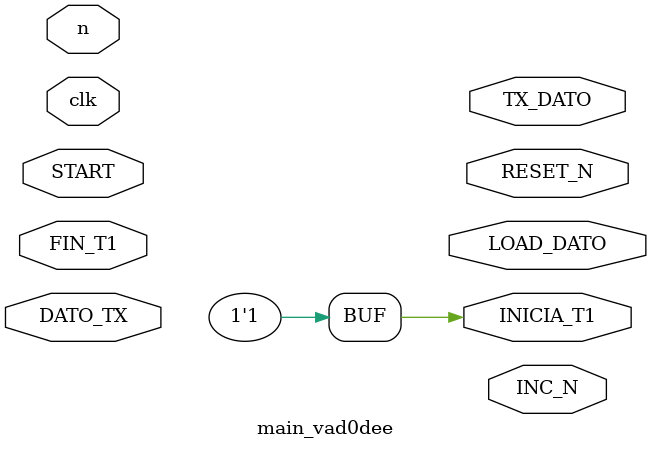
<source format=v>

`default_nettype none

module main #(
 parameter ve155d2 = 4
) (
 input va001e3,
 input vclk,
 output v401e72,
 output [0:7] vinit
);
 localparam p10 = ve155d2;
 wire [0:7] w0;
 wire [0:7] w1;
 wire [0:7] w2;
 wire [0:7] w3;
 wire [0:7] w4;
 wire [0:2] w5;
 wire w6;
 wire w7;
 wire w8;
 wire w9;
 wire w11;
 wire w12;
 wire w13;
 wire w14;
 wire [0:2] w15;
 wire [0:7] w16;
 wire w17;
 wire w18;
 wire w19;
 wire w20;
 wire w21;
 wire w22;
 wire w23;
 wire w24;
 wire w25;
 wire w26;
 assign w6 = va001e3;
 assign v401e72 = w17;
 assign w21 = vclk;
 assign w22 = vclk;
 assign w23 = vclk;
 assign w24 = vclk;
 assign w25 = vclk;
 assign w26 = vclk;
 assign w15 = w5;
 assign w22 = w21;
 assign w23 = w21;
 assign w23 = w22;
 assign w24 = w21;
 assign w24 = w22;
 assign w24 = w23;
 assign w25 = w21;
 assign w25 = w22;
 assign w25 = w23;
 assign w25 = w24;
 assign w26 = w21;
 assign w26 = w22;
 assign w26 = w23;
 assign w26 = w24;
 assign w26 = w25;
 v56cc18 v362e49 (
  .v3d1227(w0),
  .v062092(w1),
  .v21e136(w2),
  .vbdd51f(w3),
  .v3fb88b(w4),
  .v50d6c6(w7),
  .vda0bfd(w8)
 );
 v56885a #(
  .v187a47(p10)
 ) v0771ef (
  .va9e2af(w11),
  .v6e1dd1(w12),
  .v5688a8(w21)
 );
 main_v9fd5da v9fd5da (
  .c(w2)
 );
 main_v7d5c83 v7d5c83 (
  .c(w0)
 );
 main_v3aba2f v3aba2f (
  .c(w3)
 );
 main_v4dda07 v4dda07 (
  .c(w1)
 );
 v89d234 vcf5a27 (
  .v39f831(w4),
  .vb1c024(w16),
  .vf892a0(w18),
  .v41eb95(w22)
 );
 ve2b856 vb01a7a (
  .vd9601b(w6),
  .v64879c(w9),
  .vbbbce8(w23)
 );
 v117a33 v376f54 (
  .vf4a676(w5),
  .ve61673(w13),
  .v7c533e(w14),
  .vdd729a(w24)
 );
 main_vab3888 vab3888 (
  .in(w5),
  .s1(w7),
  .s0(w8)
 );
 vc6459c v2fe9f6 (
  .v19b8dd(w16),
  .v8caaa5(w17),
  .v01321e(w19),
  .v05e99b(w20),
  .ve9a78f(w25)
 );
 main_vad0dee vad0dee (
  .START(w9),
  .FIN_T1(w11),
  .INICIA_T1(w12),
  .RESET_N(w13),
  .INC_N(w14),
  .n(w15),
  .LOAD_DATO(w18),
  .DATO_TX(w19),
  .TX_DATO(w20),
  .clk(w26)
 );
 assign vinit = 8'b00000000;
endmodule

/*-------------------------------------------------*/
/*--   */
/*-- - - - - - - - - - - - - - - - - - - - - - - --*/
/*-- 
/*-------------------------------------------------*/
//---- Top entity
module v56cc18 (
 input [7:0] vbdd51f,
 input [7:0] v21e136,
 input [7:0] v062092,
 input [7:0] v3d1227,
 input v50d6c6,
 input vda0bfd,
 output [7:0] v3fb88b
);
 wire w0;
 wire w1;
 wire [0:7] w2;
 wire [0:7] w3;
 wire [0:7] w4;
 wire [0:7] w5;
 wire [0:7] w6;
 assign w0 = vda0bfd;
 assign w1 = v50d6c6;
 assign v3fb88b = w2;
 assign w3 = v3d1227;
 assign w4 = v062092;
 assign w5 = v21e136;
 assign w6 = vbdd51f;
 v56cc18_ve4e0df ve4e0df (
  .s0(w0),
  .s1(w1),
  .o(w2),
  .i0(w3),
  .i1(w4),
  .i2(w5),
  .i3(w6)
 );
endmodule

/*-------------------------------------------------*/
/*-- Mux 4 a 1 de 8 bits  */
/*-- - - - - - - - - - - - - - - - - - - - - - - --*/
/*-- Multiplexor de 4 a 1 de 8 bits
/*-------------------------------------------------*/

module v56cc18_ve4e0df (
 input [7:0] i3,
 input [7:0] i2,
 input [7:0] i1,
 input [7:0] i0,
 input s1,
 input s0,
 output [7:0] o
);
 //-- Multiplexor de 4 a 1, 
 //-- de 8 bits
 
 wire [1:0] sel = {s1, s0};
 
 assign o = (sel == 2'b00) ? i0 :
            (sel == 2'b01) ? i1 :
            (sel == 2'b10) ? i2 : i3;
 
 
endmodule
//---- Top entity
module v56885a #(
 parameter v187a47 = 1
) (
 input v5688a8,
 input v6e1dd1,
 output veabfb2,
 output va9e2af
);
 localparam p0 = v187a47;
 wire w1;
 wire w2;
 wire w3;
 wire w4;
 assign w1 = v6e1dd1;
 assign veabfb2 = w2;
 assign va9e2af = w3;
 assign w4 = v5688a8;
 v56885a_v3140f5 #(
  .SEG(p0)
 ) v3140f5 (
  .start(w1),
  .p(w2),
  .tic(w3),
  .clk(w4)
 );
endmodule

/*-------------------------------------------------*/
/*-- timer-sec  */
/*-- - - - - - - - - - - - - - - - - - - - - - - --*/
/*-- Temporizador en segundos. La señal p está activa durante el tiempo indicado. Por tic se emite un tic al finalizar
/*-------------------------------------------------*/

module v56885a_v3140f5 #(
 parameter SEG = 0
) (
 input clk,
 input start,
 output p,
 output tic
);
 //localparam SEC;
 
 //-- Constante para dividir y obtener una frecuencia de 1Hz
 localparam M = 12000000;
 
 //-- Calcular el numero de bits para almacenar M
 localparam N = $clog2(M);
 
 //-- Cable de reset para el corazon
 wire rst_heart;
 
 //-- Overflow del temporizador del corazon
 wire ov_heart;
 
 //-- Habilitacion del corazon
 wire ena;
 
 //-- Tics del corazon
 wire tic_heart;
 
 //-- Contador del corazon
 reg [N-1:0] heart=0;
 
 always @(posedge clk)
   if (rst_heart)
     heart <= 0;
   else
     heart <= heart + 1;
 
 //-- Overflow del contador
 assign ov_heart = (heart == M-1);
 
 //-- La salida del corazon es la señal de overflow
 assign tic_heart = ov_heart;
 
 //-- Reset del corazon
 assign rst_heart =~ena | ov_heart;
 
 
 
 //--------------------------------------------
 //-- Contador de tics
 //--------------------------------------------
 reg [7:0] counter = 0;
 
 //-- Overflow del contador
 wire ov;
 
 //-- Señal de reset del contador
 wire rst;
 
 always @(posedge clk)
 if (rst)
   counter <= 0;
 else
   if (tic_heart)
     counter <= counter + 1;
 
 //-- Evento: cuenta máxima de tics alcanzada
 assign ov = (counter == SEG);
 
 //---------------------------------------
 //-- Biestable de estado del timer
 //-- 0: Apagado  
 //-- 1: Funcionando
 reg q = 0;
 
 always @(posedge clk)
   if (start)
     q <= 1'b1;
   else if (rst)
     q<=1'b0;
     
 //-- Lógica de reset
 //En función de la entrada, el estado y  
 // el overflow se inicializa el contador y 
 // se habilita el corazón de tics
 assign rst = ~q | ov | start;
 assign ena = ~rst;
 
 //-- Salida de pulso
 assign p = q;
 
 //-- Salida de tic
 //-- Saca un tic cuando ha finalizado la cuenta
 assign tic = ov;
 
endmodule
//---- Top entity
module v89d234 #(
 parameter v422d28 = 0
) (
 input v41eb95,
 input [7:0] v39f831,
 input vf892a0,
 output [7:0] vb1c024
);
 localparam p0 = v422d28;
 wire [0:7] w1;
 wire [0:7] w2;
 wire w3;
 wire w4;
 assign vb1c024 = w1;
 assign w2 = v39f831;
 assign w3 = vf892a0;
 assign w4 = v41eb95;
 v89d234_v9148cb #(
  .INI(p0)
 ) v9148cb (
  .q(w1),
  .d(w2),
  .load(w3),
  .clk(w4)
 );
endmodule

/*-------------------------------------------------*/
/*-- Registro  */
/*-- - - - - - - - - - - - - - - - - - - - - - - --*/
/*-- Registro de 8 bits
/*-------------------------------------------------*/

module v89d234_v9148cb #(
 parameter INI = 0
) (
 input clk,
 input [7:0] d,
 input load,
 output [7:0] q
);
 localparam N = 8;
 
 reg [N-1:0] q = INI;
 
 always @(posedge clk)
   if (load)
     q <= d;
endmodule
//---- Top entity
module ve2b856 (
 input vbbbce8,
 input vd9601b,
 output v64879c
);
 wire w0;
 wire w1;
 wire w2;
 assign w0 = vd9601b;
 assign v64879c = w1;
 assign w2 = vbbbce8;
 ve2b856_v297cb2 v297cb2 (
  .d(w0),
  .tic(w1),
  .clk(w2)
 );
endmodule

/*-------------------------------------------------*/
/*-- Pulsador-tic  */
/*-- - - - - - - - - - - - - - - - - - - - - - - --*/
/*-- Detección de pulsación. Emite un tic cada vez que se aprieta el pulsador
/*-------------------------------------------------*/

module ve2b856_v297cb2 (
 input clk,
 input d,
 output tic
);
 // Sincronizacion. Evitar 
 // problema de la metaestabilidad
 
 reg d2;
 reg r_in;
 
 always @(posedge clk)
  d2 <= d;
  
 always @(posedge clk)
   r_in <= d2;
 
 
 //-- Debouncer Circuit
 //-- It produces a stable output when the
 //-- input signal is bouncing
 
 reg btn_prev = 0;
 reg btn_out_r = 0;
 
 reg [16:0] counter = 0;
 
 
 always @(posedge clk) begin
 
   //-- If btn_prev and btn_in are differents
   if (btn_prev ^ r_in == 1'b1) begin
     
       //-- Reset the counter
       counter <= 0;
       
       //-- Capture the button status
       btn_prev <= r_in;
   end
     
   //-- If no timeout, increase the counter
   else if (counter[16] == 1'b0)
       counter <= counter + 1;
       
   else
     //-- Set the output to the stable value
     btn_out_r <= btn_prev;
 
 end
 
 //-- Generar tic en flanco de subida del boton
 reg old;
 
 always @(posedge clk)
   old <= btn_out_r;
   
 assign tic = !old & btn_out_r;
 
 
 
 
endmodule
//---- Top entity
module v117a33 #(
 parameter v5e4a03 = 8
) (
 input vdd729a,
 input ve61673,
 input v7c533e,
 output [2:0] vf4a676,
 output v712cd1
);
 localparam p1 = v5e4a03;
 wire w0;
 wire w2;
 wire w3;
 wire w4;
 wire [0:2] w5;
 assign w0 = ve61673;
 assign w2 = v7c533e;
 assign w3 = vdd729a;
 assign v712cd1 = w4;
 assign vf4a676 = w5;
 v117a33_vbd6086 #(
  .M(p1)
 ) vbd6086 (
  .rst(w0),
  .cnt(w2),
  .clk(w3),
  .ov(w4),
  .q(w5)
 );
endmodule

/*-------------------------------------------------*/
/*-- Contador-3bits-up-rst  */
/*-- - - - - - - - - - - - - - - - - - - - - - - --*/
/*-- Contador módulo M, ascendente, de 3 bits, con reset 
/*-------------------------------------------------*/

module v117a33_vbd6086 #(
 parameter M = 0
) (
 input clk,
 input rst,
 input cnt,
 output [2:0] q,
 output ov
);
 //-- Numero de bits del contador
 localparam N = 3; 
 
 //-- En contadores de N bits:
 //-- M = 2 ** N
 
 //-- Internamente usamos un bit mas
 //-- (N+1) bits
 reg [N:0] qi = 0;
 
 always @(posedge clk)
   if (rst | ov)
     qi <= 2'b00;
   else
     if (cnt)
       qi <= qi + 1;
       
 assign q = qi;
 
 //-- Comprobar overflow
 assign ov = (qi == M);
     
endmodule
//---- Top entity
module vc6459c #(
 parameter ved2ada = 115200
) (
 input ve9a78f,
 input [7:0] v19b8dd,
 input v05e99b,
 output v8caaa5,
 output v2da441,
 output v01321e
);
 localparam p1 = ved2ada;
 wire w0;
 wire w2;
 wire [0:7] w3;
 wire w4;
 wire w5;
 wire w6;
 assign v8caaa5 = w0;
 assign w2 = ve9a78f;
 assign w3 = v19b8dd;
 assign w4 = v05e99b;
 assign v2da441 = w5;
 assign v01321e = w6;
 vc6459c_vedebcc #(
  .BAUD(p1)
 ) vedebcc (
  .TX(w0),
  .clk(w2),
  .data(w3),
  .txmit(w4),
  .busy(w5),
  .done(w6)
 );
endmodule

/*-------------------------------------------------*/
/*-- Serial-tx  */
/*-- - - - - - - - - - - - - - - - - - - - - - - --*/
/*-- Transmisor serie
/*-------------------------------------------------*/

module vc6459c_vedebcc #(
 parameter BAUD = 0
) (
 input clk,
 input [7:0] data,
 input txmit,
 output TX,
 output busy,
 output done
);
 //-- Constantes para obtener las velocidades estándares
 `define B115200 104 
 `define B57600  208
 `define B38400  313
 `define B19200  625
 `define B9600   1250
 `define B4800   2500
 `define B2400   5000
 `define B1200   10000
 `define B600    20000
 `define B300    40000
 
 //-- Constante para calcular los baudios
 localparam BAUDRATE = (BAUD==115200) ? `B115200 : //-- OK
                       (BAUD==57600)  ? `B57600  : //-- OK
                       (BAUD==38400)  ? `B38400  : //-- Ok
                       (BAUD==19200)  ? `B19200  : //-- OK
                       (BAUD==9600)   ? `B9600   : //-- OK
                       (BAUD==4800)   ? `B4800   : //-- OK 
                       (BAUD==2400)   ? `B2400   : //-- OK
                       (BAUD==1200)   ? `B1200   : //-- OK
                       (BAUD==600)    ? `B600    : //-- OK
                       (BAUD==300)    ? `B300    : //-- OK
                       `B115200 ;  //-- Por defecto 115200 baudios
 
 
 //---- GENERADOR DE BAUDIOS
 
 //-- Calcular el numero dde bits para almacenar el divisor
 localparam N = $clog2(BAUDRATE);
 
 //-- Contador para implementar el divisor
 //-- Es un contador modulo BAUDRATE
 reg [N-1:0] divcounter = 0;
 
 //-- Cable de reset para el contador
 //-- Comparador que resetea el contador cuando se alcanza el tope
 //-- o cuando el estado del biestable es 0 (apagado)
 wire reset = ov_gen | (state == 0);
 
 //-- Contador con reset
 always @(posedge clk)
   if (reset)
     divcounter <= 0;
   else
     divcounter <= divcounter + 1;
 
 //-- Hemos llegado al final
 wire ov_gen = (divcounter == BAUDRATE-1);
 
 
 
 //-- REGISTRO DESPLAZAMIENTO
 
 //-- Salida serie. Inicialmete a 1 (reposo) 
 reg TX = 1;
 
 //-- Registro de desplazamiento de 9 bits
 //-- Inicializado todo a 1s
 reg [8:0] q = 9'h1FF;
 
 //-- La entrada de shift es la salida del generador de baudios
 wire shift = ov_gen;
 
 always @(posedge clk)
   if (txmit_tic)
   //-- Carga del registro
     q <= {data, 1'b0};
     
   else if (shift)
     //-- Desplazamiento. Rellenar con 1 (bit de stop)
     q <= {1'b1, q[8:1]};
     
 //-- Sacar el bit de menor peso por serial-out    
 wire so;
 assign so = q[0];
 
 //-- La salida tx la registramos
 always @(posedge clk)
   TX <= so;
   
 //-- La señal de entrada txmit se pasa por un 
 //-- detector de flancos de subida para generar un tic
 reg q_re = 0;
 wire txmit_tic;
 
 always @(posedge clk)
   q_re <= txmit;
   
 assign txmit_tic = (~q_re & txmit);  
 
 
 
 //-- Estado de transmisor
 //-- 0: Parado
 //-- 1: Ocupado (transmitiendo)
 reg state = 0;
   
 always @(posedge clk)
   //-- Empieza la transmision: ocupado
   if (txmit)
     state <= 1'b1;
     
   //-- Acaba la transmision: libre    
   else if (ov)
     state <= 1'b0;
 
 //-- Contador de bits enviados
 reg [3:0] bits = 0;
 always @(posedge clk)
   //-- Si la cuenta ha terminado... volver a 0
   if (ov)
     bits <= 2'b00;
   else
     if (shift)
       bits <= bits + 1;
 
 //-- Comprobar si se ha transmitido el último bit (overflow)
 //-- 1 bit de start + 8 bits de datos + 1 bit de stop
 wire ov = (bits == 10);
 
 //-- La señal de ocupado es el estado del transmisor
 assign busy = state;
 
 //-- La señal de done es la de overflow pero retrasada un
 //-- periodo de reloj del sistema y que el biestable 
 //-- llegue al estado de parado antes de que se 
 //-- empiece otra transmision
 
 reg done=0;
 
 always @(posedge clk)
   done <= ov;
 
endmodule

module main_v9fd5da (
 output [7:0] c
);
 assign c="2";
endmodule

module main_v7d5c83 (
 output [7:0] c
);
 assign c="\n";
endmodule

module main_v3aba2f (
 output [7:0] c
);
 assign c="1";
endmodule

module main_v4dda07 (
 output [7:0] c
);
 assign c="3";
endmodule

module main_vab3888 (
 input [2:0] in,
 output s1,
 output s0
);
 assign s1=in[1];
 assign s0=in[0];
endmodule

module main_vad0dee (
 input [2:0] n,
 input FIN_T1,
 input START,
 input DATO_TX,
 input clk,
 output INICIA_T1,
 output RESET_N,
 output INC_N,
 output LOAD_DATO,
 output TX_DATO
);
 assign INICIA_T1=1;
endmodule

</source>
